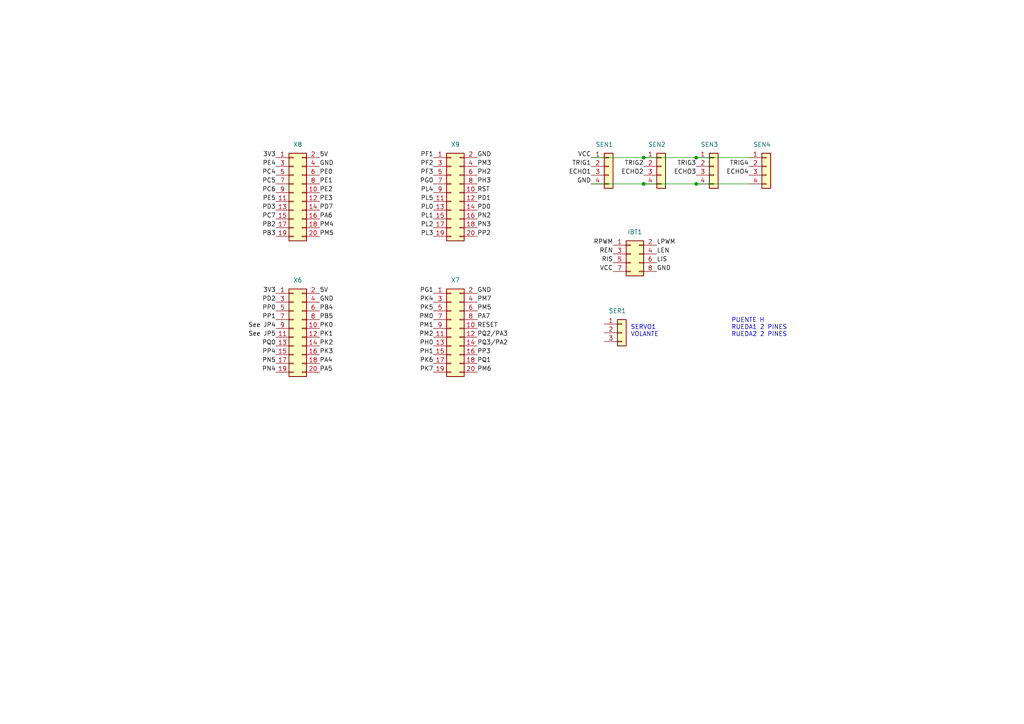
<source format=kicad_sch>
(kicad_sch (version 20211123) (generator eeschema)

  (uuid 8de93ce9-0cd6-4bab-aaa3-765fbc0eadf3)

  (paper "A4")

  (lib_symbols
    (symbol "Connector_Generic:Conn_01x03" (pin_names (offset 1.016) hide) (in_bom yes) (on_board yes)
      (property "Reference" "J" (id 0) (at 0 5.08 0)
        (effects (font (size 1.27 1.27)))
      )
      (property "Value" "Conn_01x03" (id 1) (at 0 -5.08 0)
        (effects (font (size 1.27 1.27)))
      )
      (property "Footprint" "" (id 2) (at 0 0 0)
        (effects (font (size 1.27 1.27)) hide)
      )
      (property "Datasheet" "~" (id 3) (at 0 0 0)
        (effects (font (size 1.27 1.27)) hide)
      )
      (property "ki_keywords" "connector" (id 4) (at 0 0 0)
        (effects (font (size 1.27 1.27)) hide)
      )
      (property "ki_description" "Generic connector, single row, 01x03, script generated (kicad-library-utils/schlib/autogen/connector/)" (id 5) (at 0 0 0)
        (effects (font (size 1.27 1.27)) hide)
      )
      (property "ki_fp_filters" "Connector*:*_1x??_*" (id 6) (at 0 0 0)
        (effects (font (size 1.27 1.27)) hide)
      )
      (symbol "Conn_01x03_1_1"
        (rectangle (start -1.27 -2.413) (end 0 -2.667)
          (stroke (width 0.1524) (type default) (color 0 0 0 0))
          (fill (type none))
        )
        (rectangle (start -1.27 0.127) (end 0 -0.127)
          (stroke (width 0.1524) (type default) (color 0 0 0 0))
          (fill (type none))
        )
        (rectangle (start -1.27 2.667) (end 0 2.413)
          (stroke (width 0.1524) (type default) (color 0 0 0 0))
          (fill (type none))
        )
        (rectangle (start -1.27 3.81) (end 1.27 -3.81)
          (stroke (width 0.254) (type default) (color 0 0 0 0))
          (fill (type background))
        )
        (pin passive line (at -5.08 2.54 0) (length 3.81)
          (name "Pin_1" (effects (font (size 1.27 1.27))))
          (number "1" (effects (font (size 1.27 1.27))))
        )
        (pin passive line (at -5.08 0 0) (length 3.81)
          (name "Pin_2" (effects (font (size 1.27 1.27))))
          (number "2" (effects (font (size 1.27 1.27))))
        )
        (pin passive line (at -5.08 -2.54 0) (length 3.81)
          (name "Pin_3" (effects (font (size 1.27 1.27))))
          (number "3" (effects (font (size 1.27 1.27))))
        )
      )
    )
    (symbol "Connector_Generic:Conn_01x04" (pin_names (offset 1.016) hide) (in_bom yes) (on_board yes)
      (property "Reference" "J" (id 0) (at 0 5.08 0)
        (effects (font (size 1.27 1.27)))
      )
      (property "Value" "Conn_01x04" (id 1) (at 0 -7.62 0)
        (effects (font (size 1.27 1.27)))
      )
      (property "Footprint" "" (id 2) (at 0 0 0)
        (effects (font (size 1.27 1.27)) hide)
      )
      (property "Datasheet" "~" (id 3) (at 0 0 0)
        (effects (font (size 1.27 1.27)) hide)
      )
      (property "ki_keywords" "connector" (id 4) (at 0 0 0)
        (effects (font (size 1.27 1.27)) hide)
      )
      (property "ki_description" "Generic connector, single row, 01x04, script generated (kicad-library-utils/schlib/autogen/connector/)" (id 5) (at 0 0 0)
        (effects (font (size 1.27 1.27)) hide)
      )
      (property "ki_fp_filters" "Connector*:*_1x??_*" (id 6) (at 0 0 0)
        (effects (font (size 1.27 1.27)) hide)
      )
      (symbol "Conn_01x04_1_1"
        (rectangle (start -1.27 -4.953) (end 0 -5.207)
          (stroke (width 0.1524) (type default) (color 0 0 0 0))
          (fill (type none))
        )
        (rectangle (start -1.27 -2.413) (end 0 -2.667)
          (stroke (width 0.1524) (type default) (color 0 0 0 0))
          (fill (type none))
        )
        (rectangle (start -1.27 0.127) (end 0 -0.127)
          (stroke (width 0.1524) (type default) (color 0 0 0 0))
          (fill (type none))
        )
        (rectangle (start -1.27 2.667) (end 0 2.413)
          (stroke (width 0.1524) (type default) (color 0 0 0 0))
          (fill (type none))
        )
        (rectangle (start -1.27 3.81) (end 1.27 -6.35)
          (stroke (width 0.254) (type default) (color 0 0 0 0))
          (fill (type background))
        )
        (pin passive line (at -5.08 2.54 0) (length 3.81)
          (name "Pin_1" (effects (font (size 1.27 1.27))))
          (number "1" (effects (font (size 1.27 1.27))))
        )
        (pin passive line (at -5.08 0 0) (length 3.81)
          (name "Pin_2" (effects (font (size 1.27 1.27))))
          (number "2" (effects (font (size 1.27 1.27))))
        )
        (pin passive line (at -5.08 -2.54 0) (length 3.81)
          (name "Pin_3" (effects (font (size 1.27 1.27))))
          (number "3" (effects (font (size 1.27 1.27))))
        )
        (pin passive line (at -5.08 -5.08 0) (length 3.81)
          (name "Pin_4" (effects (font (size 1.27 1.27))))
          (number "4" (effects (font (size 1.27 1.27))))
        )
      )
    )
    (symbol "Connector_Generic:Conn_02x04_Odd_Even" (pin_names (offset 1.016) hide) (in_bom yes) (on_board yes)
      (property "Reference" "J" (id 0) (at 1.27 5.08 0)
        (effects (font (size 1.27 1.27)))
      )
      (property "Value" "Conn_02x04_Odd_Even" (id 1) (at 1.27 -7.62 0)
        (effects (font (size 1.27 1.27)))
      )
      (property "Footprint" "" (id 2) (at 0 0 0)
        (effects (font (size 1.27 1.27)) hide)
      )
      (property "Datasheet" "~" (id 3) (at 0 0 0)
        (effects (font (size 1.27 1.27)) hide)
      )
      (property "ki_keywords" "connector" (id 4) (at 0 0 0)
        (effects (font (size 1.27 1.27)) hide)
      )
      (property "ki_description" "Generic connector, double row, 02x04, odd/even pin numbering scheme (row 1 odd numbers, row 2 even numbers), script generated (kicad-library-utils/schlib/autogen/connector/)" (id 5) (at 0 0 0)
        (effects (font (size 1.27 1.27)) hide)
      )
      (property "ki_fp_filters" "Connector*:*_2x??_*" (id 6) (at 0 0 0)
        (effects (font (size 1.27 1.27)) hide)
      )
      (symbol "Conn_02x04_Odd_Even_1_1"
        (rectangle (start -1.27 -4.953) (end 0 -5.207)
          (stroke (width 0.1524) (type default) (color 0 0 0 0))
          (fill (type none))
        )
        (rectangle (start -1.27 -2.413) (end 0 -2.667)
          (stroke (width 0.1524) (type default) (color 0 0 0 0))
          (fill (type none))
        )
        (rectangle (start -1.27 0.127) (end 0 -0.127)
          (stroke (width 0.1524) (type default) (color 0 0 0 0))
          (fill (type none))
        )
        (rectangle (start -1.27 2.667) (end 0 2.413)
          (stroke (width 0.1524) (type default) (color 0 0 0 0))
          (fill (type none))
        )
        (rectangle (start -1.27 3.81) (end 3.81 -6.35)
          (stroke (width 0.254) (type default) (color 0 0 0 0))
          (fill (type background))
        )
        (rectangle (start 3.81 -4.953) (end 2.54 -5.207)
          (stroke (width 0.1524) (type default) (color 0 0 0 0))
          (fill (type none))
        )
        (rectangle (start 3.81 -2.413) (end 2.54 -2.667)
          (stroke (width 0.1524) (type default) (color 0 0 0 0))
          (fill (type none))
        )
        (rectangle (start 3.81 0.127) (end 2.54 -0.127)
          (stroke (width 0.1524) (type default) (color 0 0 0 0))
          (fill (type none))
        )
        (rectangle (start 3.81 2.667) (end 2.54 2.413)
          (stroke (width 0.1524) (type default) (color 0 0 0 0))
          (fill (type none))
        )
        (pin passive line (at -5.08 2.54 0) (length 3.81)
          (name "Pin_1" (effects (font (size 1.27 1.27))))
          (number "1" (effects (font (size 1.27 1.27))))
        )
        (pin passive line (at 7.62 2.54 180) (length 3.81)
          (name "Pin_2" (effects (font (size 1.27 1.27))))
          (number "2" (effects (font (size 1.27 1.27))))
        )
        (pin passive line (at -5.08 0 0) (length 3.81)
          (name "Pin_3" (effects (font (size 1.27 1.27))))
          (number "3" (effects (font (size 1.27 1.27))))
        )
        (pin passive line (at 7.62 0 180) (length 3.81)
          (name "Pin_4" (effects (font (size 1.27 1.27))))
          (number "4" (effects (font (size 1.27 1.27))))
        )
        (pin passive line (at -5.08 -2.54 0) (length 3.81)
          (name "Pin_5" (effects (font (size 1.27 1.27))))
          (number "5" (effects (font (size 1.27 1.27))))
        )
        (pin passive line (at 7.62 -2.54 180) (length 3.81)
          (name "Pin_6" (effects (font (size 1.27 1.27))))
          (number "6" (effects (font (size 1.27 1.27))))
        )
        (pin passive line (at -5.08 -5.08 0) (length 3.81)
          (name "Pin_7" (effects (font (size 1.27 1.27))))
          (number "7" (effects (font (size 1.27 1.27))))
        )
        (pin passive line (at 7.62 -5.08 180) (length 3.81)
          (name "Pin_8" (effects (font (size 1.27 1.27))))
          (number "8" (effects (font (size 1.27 1.27))))
        )
      )
    )
    (symbol "Connector_Generic:Conn_02x10_Odd_Even" (pin_names (offset 1.016) hide) (in_bom yes) (on_board yes)
      (property "Reference" "J" (id 0) (at 1.27 12.7 0)
        (effects (font (size 1.27 1.27)))
      )
      (property "Value" "Conn_02x10_Odd_Even" (id 1) (at 1.27 -15.24 0)
        (effects (font (size 1.27 1.27)))
      )
      (property "Footprint" "" (id 2) (at 0 0 0)
        (effects (font (size 1.27 1.27)) hide)
      )
      (property "Datasheet" "~" (id 3) (at 0 0 0)
        (effects (font (size 1.27 1.27)) hide)
      )
      (property "ki_keywords" "connector" (id 4) (at 0 0 0)
        (effects (font (size 1.27 1.27)) hide)
      )
      (property "ki_description" "Generic connector, double row, 02x10, odd/even pin numbering scheme (row 1 odd numbers, row 2 even numbers), script generated (kicad-library-utils/schlib/autogen/connector/)" (id 5) (at 0 0 0)
        (effects (font (size 1.27 1.27)) hide)
      )
      (property "ki_fp_filters" "Connector*:*_2x??_*" (id 6) (at 0 0 0)
        (effects (font (size 1.27 1.27)) hide)
      )
      (symbol "Conn_02x10_Odd_Even_1_1"
        (rectangle (start -1.27 -12.573) (end 0 -12.827)
          (stroke (width 0.1524) (type default) (color 0 0 0 0))
          (fill (type none))
        )
        (rectangle (start -1.27 -10.033) (end 0 -10.287)
          (stroke (width 0.1524) (type default) (color 0 0 0 0))
          (fill (type none))
        )
        (rectangle (start -1.27 -7.493) (end 0 -7.747)
          (stroke (width 0.1524) (type default) (color 0 0 0 0))
          (fill (type none))
        )
        (rectangle (start -1.27 -4.953) (end 0 -5.207)
          (stroke (width 0.1524) (type default) (color 0 0 0 0))
          (fill (type none))
        )
        (rectangle (start -1.27 -2.413) (end 0 -2.667)
          (stroke (width 0.1524) (type default) (color 0 0 0 0))
          (fill (type none))
        )
        (rectangle (start -1.27 0.127) (end 0 -0.127)
          (stroke (width 0.1524) (type default) (color 0 0 0 0))
          (fill (type none))
        )
        (rectangle (start -1.27 2.667) (end 0 2.413)
          (stroke (width 0.1524) (type default) (color 0 0 0 0))
          (fill (type none))
        )
        (rectangle (start -1.27 5.207) (end 0 4.953)
          (stroke (width 0.1524) (type default) (color 0 0 0 0))
          (fill (type none))
        )
        (rectangle (start -1.27 7.747) (end 0 7.493)
          (stroke (width 0.1524) (type default) (color 0 0 0 0))
          (fill (type none))
        )
        (rectangle (start -1.27 10.287) (end 0 10.033)
          (stroke (width 0.1524) (type default) (color 0 0 0 0))
          (fill (type none))
        )
        (rectangle (start -1.27 11.43) (end 3.81 -13.97)
          (stroke (width 0.254) (type default) (color 0 0 0 0))
          (fill (type background))
        )
        (rectangle (start 3.81 -12.573) (end 2.54 -12.827)
          (stroke (width 0.1524) (type default) (color 0 0 0 0))
          (fill (type none))
        )
        (rectangle (start 3.81 -10.033) (end 2.54 -10.287)
          (stroke (width 0.1524) (type default) (color 0 0 0 0))
          (fill (type none))
        )
        (rectangle (start 3.81 -7.493) (end 2.54 -7.747)
          (stroke (width 0.1524) (type default) (color 0 0 0 0))
          (fill (type none))
        )
        (rectangle (start 3.81 -4.953) (end 2.54 -5.207)
          (stroke (width 0.1524) (type default) (color 0 0 0 0))
          (fill (type none))
        )
        (rectangle (start 3.81 -2.413) (end 2.54 -2.667)
          (stroke (width 0.1524) (type default) (color 0 0 0 0))
          (fill (type none))
        )
        (rectangle (start 3.81 0.127) (end 2.54 -0.127)
          (stroke (width 0.1524) (type default) (color 0 0 0 0))
          (fill (type none))
        )
        (rectangle (start 3.81 2.667) (end 2.54 2.413)
          (stroke (width 0.1524) (type default) (color 0 0 0 0))
          (fill (type none))
        )
        (rectangle (start 3.81 5.207) (end 2.54 4.953)
          (stroke (width 0.1524) (type default) (color 0 0 0 0))
          (fill (type none))
        )
        (rectangle (start 3.81 7.747) (end 2.54 7.493)
          (stroke (width 0.1524) (type default) (color 0 0 0 0))
          (fill (type none))
        )
        (rectangle (start 3.81 10.287) (end 2.54 10.033)
          (stroke (width 0.1524) (type default) (color 0 0 0 0))
          (fill (type none))
        )
        (pin passive line (at -5.08 10.16 0) (length 3.81)
          (name "Pin_1" (effects (font (size 1.27 1.27))))
          (number "1" (effects (font (size 1.27 1.27))))
        )
        (pin passive line (at 7.62 0 180) (length 3.81)
          (name "Pin_10" (effects (font (size 1.27 1.27))))
          (number "10" (effects (font (size 1.27 1.27))))
        )
        (pin passive line (at -5.08 -2.54 0) (length 3.81)
          (name "Pin_11" (effects (font (size 1.27 1.27))))
          (number "11" (effects (font (size 1.27 1.27))))
        )
        (pin passive line (at 7.62 -2.54 180) (length 3.81)
          (name "Pin_12" (effects (font (size 1.27 1.27))))
          (number "12" (effects (font (size 1.27 1.27))))
        )
        (pin passive line (at -5.08 -5.08 0) (length 3.81)
          (name "Pin_13" (effects (font (size 1.27 1.27))))
          (number "13" (effects (font (size 1.27 1.27))))
        )
        (pin passive line (at 7.62 -5.08 180) (length 3.81)
          (name "Pin_14" (effects (font (size 1.27 1.27))))
          (number "14" (effects (font (size 1.27 1.27))))
        )
        (pin passive line (at -5.08 -7.62 0) (length 3.81)
          (name "Pin_15" (effects (font (size 1.27 1.27))))
          (number "15" (effects (font (size 1.27 1.27))))
        )
        (pin passive line (at 7.62 -7.62 180) (length 3.81)
          (name "Pin_16" (effects (font (size 1.27 1.27))))
          (number "16" (effects (font (size 1.27 1.27))))
        )
        (pin passive line (at -5.08 -10.16 0) (length 3.81)
          (name "Pin_17" (effects (font (size 1.27 1.27))))
          (number "17" (effects (font (size 1.27 1.27))))
        )
        (pin passive line (at 7.62 -10.16 180) (length 3.81)
          (name "Pin_18" (effects (font (size 1.27 1.27))))
          (number "18" (effects (font (size 1.27 1.27))))
        )
        (pin passive line (at -5.08 -12.7 0) (length 3.81)
          (name "Pin_19" (effects (font (size 1.27 1.27))))
          (number "19" (effects (font (size 1.27 1.27))))
        )
        (pin passive line (at 7.62 10.16 180) (length 3.81)
          (name "Pin_2" (effects (font (size 1.27 1.27))))
          (number "2" (effects (font (size 1.27 1.27))))
        )
        (pin passive line (at 7.62 -12.7 180) (length 3.81)
          (name "Pin_20" (effects (font (size 1.27 1.27))))
          (number "20" (effects (font (size 1.27 1.27))))
        )
        (pin passive line (at -5.08 7.62 0) (length 3.81)
          (name "Pin_3" (effects (font (size 1.27 1.27))))
          (number "3" (effects (font (size 1.27 1.27))))
        )
        (pin passive line (at 7.62 7.62 180) (length 3.81)
          (name "Pin_4" (effects (font (size 1.27 1.27))))
          (number "4" (effects (font (size 1.27 1.27))))
        )
        (pin passive line (at -5.08 5.08 0) (length 3.81)
          (name "Pin_5" (effects (font (size 1.27 1.27))))
          (number "5" (effects (font (size 1.27 1.27))))
        )
        (pin passive line (at 7.62 5.08 180) (length 3.81)
          (name "Pin_6" (effects (font (size 1.27 1.27))))
          (number "6" (effects (font (size 1.27 1.27))))
        )
        (pin passive line (at -5.08 2.54 0) (length 3.81)
          (name "Pin_7" (effects (font (size 1.27 1.27))))
          (number "7" (effects (font (size 1.27 1.27))))
        )
        (pin passive line (at 7.62 2.54 180) (length 3.81)
          (name "Pin_8" (effects (font (size 1.27 1.27))))
          (number "8" (effects (font (size 1.27 1.27))))
        )
        (pin passive line (at -5.08 0 0) (length 3.81)
          (name "Pin_9" (effects (font (size 1.27 1.27))))
          (number "9" (effects (font (size 1.27 1.27))))
        )
      )
    )
  )

  (junction (at 186.69 45.72) (diameter 0) (color 0 0 0 0)
    (uuid 134db7a5-b375-48bc-87de-1eac35d82664)
  )
  (junction (at 201.93 53.34) (diameter 0) (color 0 0 0 0)
    (uuid 1a6d6001-6766-4c27-83fd-cc1a0c52d8dc)
  )
  (junction (at 201.93 45.72) (diameter 0) (color 0 0 0 0)
    (uuid 44dcf339-384c-4c12-9824-5235c1e9d8aa)
  )
  (junction (at 186.69 53.34) (diameter 0) (color 0 0 0 0)
    (uuid ba030476-8ff2-4141-b354-5ad0b49ad652)
  )

  (wire (pts (xy 201.93 45.72) (xy 217.17 45.72))
    (stroke (width 0) (type default) (color 0 0 0 0))
    (uuid 1e818057-af45-4f9d-8d03-38f3641b11e9)
  )
  (wire (pts (xy 201.93 53.34) (xy 217.17 53.34))
    (stroke (width 0) (type default) (color 0 0 0 0))
    (uuid 5f7dd243-7add-472b-9a90-ccafc5dd95b9)
  )
  (wire (pts (xy 186.69 45.72) (xy 201.93 45.72))
    (stroke (width 0) (type default) (color 0 0 0 0))
    (uuid 73e9c4f9-a691-46cf-b3a8-ae0bae0487c5)
  )
  (wire (pts (xy 171.45 53.34) (xy 186.69 53.34))
    (stroke (width 0) (type default) (color 0 0 0 0))
    (uuid 8a887c5c-bbcc-4b3b-8039-4d8579b9b0e7)
  )
  (wire (pts (xy 186.69 53.34) (xy 201.93 53.34))
    (stroke (width 0) (type default) (color 0 0 0 0))
    (uuid 91a8febf-bcc1-411e-a043-30c7b764672b)
  )
  (wire (pts (xy 171.45 45.72) (xy 186.69 45.72))
    (stroke (width 0) (type default) (color 0 0 0 0))
    (uuid c4725fa6-5fde-46c0-85bf-e390f6f1621e)
  )

  (text "SERVO1\nVOLANTE" (at 182.88 97.79 0)
    (effects (font (size 1.27 1.27)) (justify left bottom))
    (uuid 2779e11e-6514-408a-b3cc-9441391a8bbe)
  )
  (text "PUENTE H\nRUEDA1 2 PINES\nRUEDA2 2 PINES" (at 212.09 97.79 0)
    (effects (font (size 1.27 1.27)) (justify left bottom))
    (uuid c474942a-0088-44e2-b424-3057ba7d767f)
  )

  (label "PG0" (at 125.73 53.34 180)
    (effects (font (size 1.27 1.27)) (justify right bottom))
    (uuid 002ec55f-5734-4cf0-a403-68b482bf9647)
  )
  (label "GND" (at 138.43 85.09 0)
    (effects (font (size 1.27 1.27)) (justify left bottom))
    (uuid 00e3785c-794d-4158-9c79-8a3ba665e4fe)
  )
  (label "REN" (at 177.8 73.66 180)
    (effects (font (size 1.27 1.27)) (justify right bottom))
    (uuid 034bc2b4-7607-41d7-8438-6d251f784589)
  )
  (label "RPWM" (at 177.8 71.12 180)
    (effects (font (size 1.27 1.27)) (justify right bottom))
    (uuid 086cacf6-ba19-4464-ac03-03ea4b72b861)
  )
  (label "PH0" (at 125.73 100.33 180)
    (effects (font (size 1.27 1.27)) (justify right bottom))
    (uuid 09e38615-f305-4d33-b5c5-a80dd3b2496b)
  )
  (label "RESET" (at 138.43 95.25 0)
    (effects (font (size 1.27 1.27)) (justify left bottom))
    (uuid 0b51f5e2-19e0-48c1-88db-84914bf00bd8)
  )
  (label "PF2" (at 125.73 48.26 180)
    (effects (font (size 1.27 1.27)) (justify right bottom))
    (uuid 0c601480-1433-47ec-a661-360603a37377)
  )
  (label "PC7" (at 80.01 63.5 180)
    (effects (font (size 1.27 1.27)) (justify right bottom))
    (uuid 0e509b31-3ebc-41c5-b27d-1b47a44bdf33)
  )
  (label "PB2" (at 80.01 66.04 180)
    (effects (font (size 1.27 1.27)) (justify right bottom))
    (uuid 0f12bfed-49d2-4831-93b2-7152f0116b06)
  )
  (label "PL4" (at 125.73 55.88 180)
    (effects (font (size 1.27 1.27)) (justify right bottom))
    (uuid 1078ec10-5659-4992-a977-6868ab0fecd7)
  )
  (label "PL1" (at 125.73 63.5 180)
    (effects (font (size 1.27 1.27)) (justify right bottom))
    (uuid 1365d5b1-82ac-4065-9f38-1e34086e1641)
  )
  (label "GND" (at 171.45 53.34 180)
    (effects (font (size 1.27 1.27)) (justify right bottom))
    (uuid 1603a1a5-cffe-4a48-84ea-e4a47ace541e)
  )
  (label "PL0" (at 125.73 60.96 180)
    (effects (font (size 1.27 1.27)) (justify right bottom))
    (uuid 1664696b-5a24-4ec5-8a79-a661210fd0ec)
  )
  (label "TRIG1" (at 171.45 48.26 180)
    (effects (font (size 1.27 1.27)) (justify right bottom))
    (uuid 18506cf5-2269-4489-a337-b38005ecc764)
  )
  (label "PD0" (at 138.43 60.96 0)
    (effects (font (size 1.27 1.27)) (justify left bottom))
    (uuid 1a1f53c0-e122-4092-8514-5f6e8fc3c324)
  )
  (label "3V3" (at 80.01 85.09 180)
    (effects (font (size 1.27 1.27)) (justify right bottom))
    (uuid 249cda31-56f1-43ec-8d19-fea549bdf781)
  )
  (label "ECHO1" (at 171.45 50.8 180)
    (effects (font (size 1.27 1.27)) (justify right bottom))
    (uuid 25e5489f-84e4-4e15-a3ec-7cff02e584a3)
  )
  (label "PB4" (at 92.71 90.17 0)
    (effects (font (size 1.27 1.27)) (justify left bottom))
    (uuid 29318ab9-71ff-4d5f-a30c-d9400c95a1f7)
  )
  (label "PQ1" (at 138.43 105.41 0)
    (effects (font (size 1.27 1.27)) (justify left bottom))
    (uuid 2b492708-dc54-49ce-a031-210b2098585d)
  )
  (label "PE4" (at 80.01 48.26 180)
    (effects (font (size 1.27 1.27)) (justify right bottom))
    (uuid 2f501af4-cb00-4da9-9ee5-46e4e284172b)
  )
  (label "GND" (at 190.5 78.74 0)
    (effects (font (size 1.27 1.27)) (justify left bottom))
    (uuid 2f7c1174-ea5d-404d-927b-f2dba9a936cd)
  )
  (label "PL2" (at 125.73 66.04 180)
    (effects (font (size 1.27 1.27)) (justify right bottom))
    (uuid 315110b0-b1e6-4995-8e25-89d491d7c8c4)
  )
  (label "PQ2{slash}PA3" (at 138.43 97.79 0)
    (effects (font (size 1.27 1.27)) (justify left bottom))
    (uuid 31f856de-25c6-4ffc-9060-c2568ac1646f)
  )
  (label "PL5" (at 125.73 58.42 180)
    (effects (font (size 1.27 1.27)) (justify right bottom))
    (uuid 3e9769fd-1a8c-4e7d-b54d-aa10777f6fa6)
  )
  (label "PA6" (at 92.71 63.5 0)
    (effects (font (size 1.27 1.27)) (justify left bottom))
    (uuid 4201fed9-3a6d-4c04-8cf3-60d59039a324)
  )
  (label "PP1" (at 80.01 92.71 180)
    (effects (font (size 1.27 1.27)) (justify right bottom))
    (uuid 46da5c26-947c-473b-bcd3-2d1c7b466059)
  )
  (label "PA4" (at 92.71 105.41 0)
    (effects (font (size 1.27 1.27)) (justify left bottom))
    (uuid 475a83e0-8b10-473b-8c43-e9f5a05d85c6)
  )
  (label "PK7" (at 125.73 107.95 180)
    (effects (font (size 1.27 1.27)) (justify right bottom))
    (uuid 49bb3c2e-60cb-45f9-9aea-9d4a70d9dd7d)
  )
  (label "TRIG3" (at 201.93 48.26 180)
    (effects (font (size 1.27 1.27)) (justify right bottom))
    (uuid 4a94e515-fbb5-4a1a-be28-566edf6d7dd4)
  )
  (label "PE3" (at 92.71 58.42 0)
    (effects (font (size 1.27 1.27)) (justify left bottom))
    (uuid 4b3f4b49-805c-4798-8eae-364e9e33665c)
  )
  (label "PA5" (at 92.71 107.95 0)
    (effects (font (size 1.27 1.27)) (justify left bottom))
    (uuid 4c1c4054-d132-4816-9f89-9b45004ff284)
  )
  (label "PD2" (at 80.01 87.63 180)
    (effects (font (size 1.27 1.27)) (justify right bottom))
    (uuid 4d3755dc-aa6f-4dd9-be3f-910ba1c3caaa)
  )
  (label "PG1" (at 125.73 85.09 180)
    (effects (font (size 1.27 1.27)) (justify right bottom))
    (uuid 52507b5a-c6a3-43cc-9287-e44388cbdbe5)
  )
  (label "PD1" (at 138.43 58.42 0)
    (effects (font (size 1.27 1.27)) (justify left bottom))
    (uuid 5255ca92-77b3-41da-b901-2304b81069dc)
  )
  (label "VCC" (at 177.8 78.74 180)
    (effects (font (size 1.27 1.27)) (justify right bottom))
    (uuid 530e0d4c-a75d-4702-8dea-2cd8948b3091)
  )
  (label "PM1" (at 125.73 95.25 180)
    (effects (font (size 1.27 1.27)) (justify right bottom))
    (uuid 55b79602-59e5-4a86-a291-1863a393cc84)
  )
  (label "3V3" (at 80.01 45.72 180)
    (effects (font (size 1.27 1.27)) (justify right bottom))
    (uuid 5617d928-b7fb-4075-9856-8ab3583e1964)
  )
  (label "ECHO2" (at 186.69 50.8 180)
    (effects (font (size 1.27 1.27)) (justify right bottom))
    (uuid 5b20ec8f-9a14-40ef-bcc2-161e8010c67d)
  )
  (label "LPWM" (at 190.5 71.12 0)
    (effects (font (size 1.27 1.27)) (justify left bottom))
    (uuid 5f62b285-e138-42c6-be71-cc2c4b01ceb8)
  )
  (label "See JP4" (at 80.01 95.25 180)
    (effects (font (size 1.27 1.27)) (justify right bottom))
    (uuid 633db7b5-b9d2-4b63-89d9-7b81f434e1aa)
  )
  (label "PM3" (at 138.43 48.26 0)
    (effects (font (size 1.27 1.27)) (justify left bottom))
    (uuid 64b161bf-61cb-4955-b548-dd5148043ee1)
  )
  (label "PM2" (at 125.73 97.79 180)
    (effects (font (size 1.27 1.27)) (justify right bottom))
    (uuid 6756f6dc-2d5b-4ba3-8ca5-36b4f5d5d7c9)
  )
  (label "See JP5" (at 80.01 97.79 180)
    (effects (font (size 1.27 1.27)) (justify right bottom))
    (uuid 68359f54-9eeb-4b0e-8b2c-e4040353a1f4)
  )
  (label "PK3" (at 92.71 102.87 0)
    (effects (font (size 1.27 1.27)) (justify left bottom))
    (uuid 69a5899a-8711-4791-b8ad-d3771afbd314)
  )
  (label "PQ0" (at 80.01 100.33 180)
    (effects (font (size 1.27 1.27)) (justify right bottom))
    (uuid 7213694d-a489-4011-8309-aa1ea6dfb71c)
  )
  (label "PH2" (at 138.43 50.8 0)
    (effects (font (size 1.27 1.27)) (justify left bottom))
    (uuid 72b3c0b5-5e59-4eb4-8a18-d66cca2e5656)
  )
  (label "LIS" (at 190.5 76.2 0)
    (effects (font (size 1.27 1.27)) (justify left bottom))
    (uuid 72c4e063-ff57-4ff1-8642-d466b17720cc)
  )
  (label "PA7" (at 138.43 92.71 0)
    (effects (font (size 1.27 1.27)) (justify left bottom))
    (uuid 7552c816-ec38-455d-b7f8-a0d41b1c40dd)
  )
  (label "5V" (at 92.71 85.09 0)
    (effects (font (size 1.27 1.27)) (justify left bottom))
    (uuid 7ba74592-2a28-4be4-a0df-2d42028ecee8)
  )
  (label "ECHO4" (at 217.17 50.8 180)
    (effects (font (size 1.27 1.27)) (justify right bottom))
    (uuid 817a4b8b-d8ee-4db3-b65d-4acebf29e768)
  )
  (label "PC6" (at 80.01 55.88 180)
    (effects (font (size 1.27 1.27)) (justify right bottom))
    (uuid 819f4afa-8f1c-4d5a-aeef-e4454dccc343)
  )
  (label "GND" (at 92.71 87.63 0)
    (effects (font (size 1.27 1.27)) (justify left bottom))
    (uuid 82040363-a0f7-4305-b895-27179d79abc1)
  )
  (label "PN2" (at 138.43 63.5 0)
    (effects (font (size 1.27 1.27)) (justify left bottom))
    (uuid 820e6db3-eb02-411d-8e58-aebdf14c3c18)
  )
  (label "PE1" (at 92.71 53.34 0)
    (effects (font (size 1.27 1.27)) (justify left bottom))
    (uuid 84934c7d-644d-4e26-b511-8228aa80a306)
  )
  (label "PC4" (at 80.01 50.8 180)
    (effects (font (size 1.27 1.27)) (justify right bottom))
    (uuid 86d7cbdc-e42f-4944-ad8b-f3889be3c423)
  )
  (label "PB3" (at 80.01 68.58 180)
    (effects (font (size 1.27 1.27)) (justify right bottom))
    (uuid 893496e4-8ace-4304-90ae-d0271803f8fb)
  )
  (label "PD3" (at 80.01 60.96 180)
    (effects (font (size 1.27 1.27)) (justify right bottom))
    (uuid 8a824885-6193-451c-beaa-8cc6facdf031)
  )
  (label "PN3" (at 138.43 66.04 0)
    (effects (font (size 1.27 1.27)) (justify left bottom))
    (uuid 9603f9c6-b8cc-4681-a4ad-5fabad40c492)
  )
  (label "PM6" (at 138.43 107.95 0)
    (effects (font (size 1.27 1.27)) (justify left bottom))
    (uuid 977cd173-ff91-4be6-b63d-fdda22e7349c)
  )
  (label "RIS" (at 177.8 76.2 180)
    (effects (font (size 1.27 1.27)) (justify right bottom))
    (uuid 982af635-d9a2-4372-aa25-02dec2f2bc60)
  )
  (label "PK6" (at 125.73 105.41 180)
    (effects (font (size 1.27 1.27)) (justify right bottom))
    (uuid 9e008f90-dd67-4e4c-a438-73fe77069d6c)
  )
  (label "GND" (at 138.43 45.72 0)
    (effects (font (size 1.27 1.27)) (justify left bottom))
    (uuid a43ecaa5-6dca-453a-9219-77fc2f7732a8)
  )
  (label "PN5" (at 80.01 105.41 180)
    (effects (font (size 1.27 1.27)) (justify right bottom))
    (uuid a6a4c15a-c42d-449e-84bb-1d69637cf31c)
  )
  (label "RST" (at 138.43 55.88 0)
    (effects (font (size 1.27 1.27)) (justify left bottom))
    (uuid a73c14f2-19ca-4bf9-91c2-7f28057629f6)
  )
  (label "PD7" (at 92.71 60.96 0)
    (effects (font (size 1.27 1.27)) (justify left bottom))
    (uuid a8f9b0f9-3c5b-4eaa-ba3c-ffe9b36b5443)
  )
  (label "TRIG4" (at 217.17 48.26 180)
    (effects (font (size 1.27 1.27)) (justify right bottom))
    (uuid ac21991e-90be-450b-99fc-78c7c0df493c)
  )
  (label "PH3" (at 138.43 53.34 0)
    (effects (font (size 1.27 1.27)) (justify left bottom))
    (uuid b52b0563-1933-43d6-927e-6bf676f682c9)
  )
  (label "PF1" (at 125.73 45.72 180)
    (effects (font (size 1.27 1.27)) (justify right bottom))
    (uuid b5354f6b-290c-4835-b67d-92583422ac96)
  )
  (label "PE0" (at 92.71 50.8 0)
    (effects (font (size 1.27 1.27)) (justify left bottom))
    (uuid b8f1b4c3-6094-4793-86a8-052cabc98c19)
  )
  (label "PM7" (at 138.43 87.63 0)
    (effects (font (size 1.27 1.27)) (justify left bottom))
    (uuid bbb85d44-8e9e-478d-af66-74d915ddf347)
  )
  (label "PP2" (at 138.43 68.58 0)
    (effects (font (size 1.27 1.27)) (justify left bottom))
    (uuid bc0c410e-6f24-49a1-be67-616de3ae770b)
  )
  (label "TRIG2" (at 186.69 48.26 180)
    (effects (font (size 1.27 1.27)) (justify right bottom))
    (uuid bdbb7bba-cecf-45c9-9a53-d7dd0a452f27)
  )
  (label "PM5" (at 92.71 68.58 0)
    (effects (font (size 1.27 1.27)) (justify left bottom))
    (uuid c0031001-bab9-4631-bf9e-72f6a509bbc3)
  )
  (label "PC5" (at 80.01 53.34 180)
    (effects (font (size 1.27 1.27)) (justify right bottom))
    (uuid c261bc35-49c1-447d-8ac0-6fdb1a279b18)
  )
  (label "PM0" (at 125.73 92.71 180)
    (effects (font (size 1.27 1.27)) (justify right bottom))
    (uuid c32d5ac6-b37f-464c-bb8b-399bb0a6311a)
  )
  (label "LEN" (at 190.5 73.66 0)
    (effects (font (size 1.27 1.27)) (justify left bottom))
    (uuid c9412cf9-7793-4a8e-8383-07dc4ec5ade3)
  )
  (label "PE2" (at 92.71 55.88 0)
    (effects (font (size 1.27 1.27)) (justify left bottom))
    (uuid c95476ce-d816-4dbe-a454-f627f67b945d)
  )
  (label "VCC" (at 171.45 45.72 180)
    (effects (font (size 1.27 1.27)) (justify right bottom))
    (uuid c9a2f1f5-1144-45df-8f31-9c2c6ff7a374)
  )
  (label "PH1" (at 125.73 102.87 180)
    (effects (font (size 1.27 1.27)) (justify right bottom))
    (uuid cc46bcd5-fc4b-4635-8d56-6e048b28b589)
  )
  (label "PN4" (at 80.01 107.95 180)
    (effects (font (size 1.27 1.27)) (justify right bottom))
    (uuid cd10323c-0742-42d8-b84f-a2b60bddb27b)
  )
  (label "PK5" (at 125.73 90.17 180)
    (effects (font (size 1.27 1.27)) (justify right bottom))
    (uuid cf3ff25e-0b0d-48d7-b245-40f10d4b531e)
  )
  (label "PP3" (at 138.43 102.87 0)
    (effects (font (size 1.27 1.27)) (justify left bottom))
    (uuid d359ebc0-aad2-42a6-a2e7-589a90889604)
  )
  (label "PB5" (at 92.71 92.71 0)
    (effects (font (size 1.27 1.27)) (justify left bottom))
    (uuid d4a2c66d-4720-45d9-9449-dba8d9f64959)
  )
  (label "PM4" (at 92.71 66.04 0)
    (effects (font (size 1.27 1.27)) (justify left bottom))
    (uuid d79acec4-3c0d-49ca-b6df-aa9320567362)
  )
  (label "PE5" (at 80.01 58.42 180)
    (effects (font (size 1.27 1.27)) (justify right bottom))
    (uuid d7ce8c04-84ac-4ab8-941f-a345eb0e63ad)
  )
  (label "PK2" (at 92.71 100.33 0)
    (effects (font (size 1.27 1.27)) (justify left bottom))
    (uuid d9c6be2b-dfef-4e79-83fb-c2f07e813d22)
  )
  (label "PM5" (at 138.43 90.17 0)
    (effects (font (size 1.27 1.27)) (justify left bottom))
    (uuid da70edb8-5e9c-4cc9-8b2c-fe00f5cab3f3)
  )
  (label "PQ3{slash}PA2" (at 138.43 100.33 0)
    (effects (font (size 1.27 1.27)) (justify left bottom))
    (uuid db2cd63c-b54b-4260-bd78-0acda73610ce)
  )
  (label "PK4" (at 125.73 87.63 180)
    (effects (font (size 1.27 1.27)) (justify right bottom))
    (uuid dc8adacb-3f37-4ad6-9dc8-c73d03f309ef)
  )
  (label "ECHO3" (at 201.93 50.8 180)
    (effects (font (size 1.27 1.27)) (justify right bottom))
    (uuid dd50c86a-a174-4d76-a14e-1e94935ddb69)
  )
  (label "PP4" (at 80.01 102.87 180)
    (effects (font (size 1.27 1.27)) (justify right bottom))
    (uuid dd5e07a6-cc22-4c7a-bf74-82485cc36e61)
  )
  (label "PL3" (at 125.73 68.58 180)
    (effects (font (size 1.27 1.27)) (justify right bottom))
    (uuid e168f86d-8adb-4d82-9b1f-7f4dff30bffc)
  )
  (label "5V" (at 92.71 45.72 0)
    (effects (font (size 1.27 1.27)) (justify left bottom))
    (uuid e772912e-6926-4b6b-961b-d39bcdb9a80a)
  )
  (label "PK0" (at 92.71 95.25 0)
    (effects (font (size 1.27 1.27)) (justify left bottom))
    (uuid eb78a5e8-fbac-4155-acc3-1f3b50e7449d)
  )
  (label "PF3" (at 125.73 50.8 180)
    (effects (font (size 1.27 1.27)) (justify right bottom))
    (uuid ec2b7f7e-1b67-4ddc-8cda-b30e5f524249)
  )
  (label "GND" (at 92.71 48.26 0)
    (effects (font (size 1.27 1.27)) (justify left bottom))
    (uuid ec69696e-dcf3-4f0f-86d4-64686dce6405)
  )
  (label "PP0" (at 80.01 90.17 180)
    (effects (font (size 1.27 1.27)) (justify right bottom))
    (uuid f0b9cd20-f1ea-4b53-b8f3-61134cd22ce0)
  )
  (label "PK1" (at 92.71 97.79 0)
    (effects (font (size 1.27 1.27)) (justify left bottom))
    (uuid f3037a4c-f0af-4dff-b0e0-58d38a728196)
  )

  (symbol (lib_id "Connector_Generic:Conn_01x04") (at 207.01 48.26 0) (unit 1)
    (in_bom yes) (on_board yes)
    (uuid 17310fc1-3bf5-4612-b82c-4c2a67973b01)
    (property "Reference" "SEN3" (id 0) (at 203.2 41.91 0)
      (effects (font (size 1.27 1.27)) (justify left))
    )
    (property "Value" "Conn_01x04" (id 1) (at 209.55 50.7999 0)
      (effects (font (size 1.27 1.27)) (justify left) hide)
    )
    (property "Footprint" "Connector_PinHeader_2.54mm:PinHeader_1x04_P2.54mm_Vertical" (id 2) (at 207.01 48.26 0)
      (effects (font (size 1.27 1.27)) hide)
    )
    (property "Datasheet" "~" (id 3) (at 207.01 48.26 0)
      (effects (font (size 1.27 1.27)) hide)
    )
    (pin "1" (uuid dfe94862-9ed4-4125-bd9a-d6c8a93f1b6a))
    (pin "2" (uuid d390ee42-99bc-441e-bc87-65a349168c42))
    (pin "3" (uuid 571a2064-d3dc-410e-917c-a647bbe2db84))
    (pin "4" (uuid 1168a0cf-c1c3-4e23-960d-03e086562306))
  )

  (symbol (lib_id "Connector_Generic:Conn_02x10_Odd_Even") (at 130.81 95.25 0) (unit 1)
    (in_bom yes) (on_board yes)
    (uuid 358ec305-ec44-4212-bffe-13dcc4f25b50)
    (property "Reference" "X7" (id 0) (at 132.08 81.28 0))
    (property "Value" "X7" (id 1) (at 132.08 81.28 0)
      (effects (font (size 1.27 1.27)) hide)
    )
    (property "Footprint" "Connector_PinHeader_2.54mm:PinHeader_2x10_P2.54mm_Vertical" (id 2) (at 130.81 95.25 0)
      (effects (font (size 1.27 1.27)) hide)
    )
    (property "Datasheet" "~" (id 3) (at 130.81 95.25 0)
      (effects (font (size 1.27 1.27)) hide)
    )
    (pin "1" (uuid 725fbaea-20a2-4e76-a248-79555fae88a2))
    (pin "10" (uuid c83facc9-99ed-4933-b35e-e687f74790fe))
    (pin "11" (uuid 3cd8fca5-83b0-4603-9a13-bea2616f4ccc))
    (pin "12" (uuid a947ea73-59fe-4552-b2af-f2a6c970ef14))
    (pin "13" (uuid 851917c4-18f4-4774-ac69-181a58de9bf0))
    (pin "14" (uuid b77cd247-2ac1-47a1-88e3-3dfd9b69b73a))
    (pin "15" (uuid e43348d3-459a-483a-83da-41d5f6564d59))
    (pin "16" (uuid 9b8a0622-db0c-46f4-9676-c8392681e552))
    (pin "17" (uuid 495a8d39-4ffc-4470-97af-1f6cd694ef16))
    (pin "18" (uuid d6b5e693-6af1-4256-952b-01c33a5313e0))
    (pin "19" (uuid 815c6fae-2841-46fb-a68a-a45800c7f182))
    (pin "2" (uuid 76266e4d-187e-472e-a3cb-f901e6617b1b))
    (pin "20" (uuid cefc418c-37bb-44a1-9f3d-f91efbfc997f))
    (pin "3" (uuid aa224c37-31b2-42e9-87ef-fff6be7da839))
    (pin "4" (uuid ebeb7515-5dab-414b-9045-b3222c1dfbcc))
    (pin "5" (uuid 44917d78-c2a4-4f51-be00-b525b338bd6e))
    (pin "6" (uuid b6ef5640-97eb-4ea5-b40f-400c03397e28))
    (pin "7" (uuid 3bab0633-03fa-47bb-a2d6-b3aeaa050ac8))
    (pin "8" (uuid 4214ab8c-cd44-4688-9b75-3f7207abd26a))
    (pin "9" (uuid ced713b5-54a5-4f27-bafb-1e7a613ea461))
  )

  (symbol (lib_id "Connector_Generic:Conn_01x04") (at 176.53 48.26 0) (unit 1)
    (in_bom yes) (on_board yes)
    (uuid 37bc08e0-165b-49fe-89b3-7f2f9c308db3)
    (property "Reference" "SEN1" (id 0) (at 172.72 41.91 0)
      (effects (font (size 1.27 1.27)) (justify left))
    )
    (property "Value" "Conn_01x04" (id 1) (at 179.07 50.7999 0)
      (effects (font (size 1.27 1.27)) (justify left) hide)
    )
    (property "Footprint" "Connector_PinHeader_2.54mm:PinHeader_1x04_P2.54mm_Vertical" (id 2) (at 176.53 48.26 0)
      (effects (font (size 1.27 1.27)) hide)
    )
    (property "Datasheet" "~" (id 3) (at 176.53 48.26 0)
      (effects (font (size 1.27 1.27)) hide)
    )
    (pin "1" (uuid 91904137-7a32-4a74-b1a9-322690946405))
    (pin "2" (uuid 9becebb0-41a0-4487-8184-9666281a49ec))
    (pin "3" (uuid 106531c6-8367-4010-87ed-eb25b5a45342))
    (pin "4" (uuid 6a8f17e8-3f3d-49d6-8cfe-6756a03e2610))
  )

  (symbol (lib_id "Connector_Generic:Conn_01x04") (at 191.77 48.26 0) (unit 1)
    (in_bom yes) (on_board yes)
    (uuid 3b3f27b3-c299-40c8-8a36-6b02104270bb)
    (property "Reference" "SEN2" (id 0) (at 187.96 41.91 0)
      (effects (font (size 1.27 1.27)) (justify left))
    )
    (property "Value" "Conn_01x04" (id 1) (at 194.31 50.7999 0)
      (effects (font (size 1.27 1.27)) (justify left) hide)
    )
    (property "Footprint" "Connector_PinHeader_2.54mm:PinHeader_1x04_P2.54mm_Vertical" (id 2) (at 191.77 48.26 0)
      (effects (font (size 1.27 1.27)) hide)
    )
    (property "Datasheet" "~" (id 3) (at 191.77 48.26 0)
      (effects (font (size 1.27 1.27)) hide)
    )
    (pin "1" (uuid e55c19f2-504c-4d11-8519-f1c6e93c5fda))
    (pin "2" (uuid f7f282a1-1c87-479d-bfc3-cd213b082fac))
    (pin "3" (uuid 138d055e-589f-4310-af0d-1f852af56ba9))
    (pin "4" (uuid e906e84f-c3c0-4dcc-bc5e-018a2d18d4ef))
  )

  (symbol (lib_id "Connector_Generic:Conn_01x04") (at 222.25 48.26 0) (unit 1)
    (in_bom yes) (on_board yes)
    (uuid 4eec0c40-6f36-4e29-a607-a3f40bf48acc)
    (property "Reference" "SEN4" (id 0) (at 218.44 41.91 0)
      (effects (font (size 1.27 1.27)) (justify left))
    )
    (property "Value" "Conn_01x04" (id 1) (at 224.79 50.7999 0)
      (effects (font (size 1.27 1.27)) (justify left) hide)
    )
    (property "Footprint" "Connector_PinHeader_2.54mm:PinHeader_1x04_P2.54mm_Vertical" (id 2) (at 222.25 48.26 0)
      (effects (font (size 1.27 1.27)) hide)
    )
    (property "Datasheet" "~" (id 3) (at 222.25 48.26 0)
      (effects (font (size 1.27 1.27)) hide)
    )
    (pin "1" (uuid 216ee46b-cf61-44eb-bd6f-9805910b6935))
    (pin "2" (uuid 2da80893-3455-433f-84f7-bfa0ef483b3e))
    (pin "3" (uuid 7529139a-cb3d-465e-bb80-d208a87e623f))
    (pin "4" (uuid 1be2c8ad-a2bb-404d-b608-18a9185f9714))
  )

  (symbol (lib_id "Connector_Generic:Conn_02x04_Odd_Even") (at 182.88 73.66 0) (unit 1)
    (in_bom yes) (on_board yes)
    (uuid 6f6560f4-eabc-45be-b91d-07be8234f02f)
    (property "Reference" "IBT1" (id 0) (at 184.15 67.31 0))
    (property "Value" "Conn_02x04_Odd_Even" (id 1) (at 184.15 67.31 0)
      (effects (font (size 1.27 1.27)) hide)
    )
    (property "Footprint" "Connector_PinHeader_2.54mm:PinHeader_2x04_P2.54mm_Vertical" (id 2) (at 182.88 73.66 0)
      (effects (font (size 1.27 1.27)) hide)
    )
    (property "Datasheet" "~" (id 3) (at 182.88 73.66 0)
      (effects (font (size 1.27 1.27)) hide)
    )
    (pin "1" (uuid cd4b2e2e-e1c4-41d6-aa0d-8a38e1f25798))
    (pin "2" (uuid f4d60b8d-f87a-4d9e-a37c-f176dd176751))
    (pin "3" (uuid 11044082-9770-46be-bd29-14b179242947))
    (pin "4" (uuid c62fe46e-357b-4f0a-b5ae-c28527f267b7))
    (pin "5" (uuid 344c711c-c193-4cb9-b91d-4a15077c801c))
    (pin "6" (uuid f7abfb18-4ecc-4e92-8da0-c73d3961ea28))
    (pin "7" (uuid d26a54dc-a7b2-47ec-9089-e74a57d86c5a))
    (pin "8" (uuid 92e13494-293e-44c1-b340-60a9e059409a))
  )

  (symbol (lib_id "Connector_Generic:Conn_02x10_Odd_Even") (at 85.09 55.88 0) (unit 1)
    (in_bom yes) (on_board yes)
    (uuid 701da2f9-1620-4e5b-803b-ea8607a9e9a6)
    (property "Reference" "X8" (id 0) (at 86.36 41.91 0))
    (property "Value" "X8" (id 1) (at 86.36 41.91 0)
      (effects (font (size 1.27 1.27)) hide)
    )
    (property "Footprint" "Connector_PinHeader_2.54mm:PinHeader_2x10_P2.54mm_Vertical" (id 2) (at 85.09 55.88 0)
      (effects (font (size 1.27 1.27)) hide)
    )
    (property "Datasheet" "~" (id 3) (at 85.09 55.88 0)
      (effects (font (size 1.27 1.27)) hide)
    )
    (pin "1" (uuid e8f39a6f-2c06-4bd3-9529-5042a667a382))
    (pin "10" (uuid 32c72e52-2878-429f-a7c6-a943c39b37cd))
    (pin "11" (uuid fcba26fa-5b00-4432-9a19-16ad15bfedc1))
    (pin "12" (uuid 9fef20d4-30bc-4406-b1b7-1a5ba922ee2e))
    (pin "13" (uuid 10596e32-2188-4560-8193-bc8e50683063))
    (pin "14" (uuid 1f82a64b-2bd9-414d-9075-beb9a0e5a1ad))
    (pin "15" (uuid 118f0fa6-a24c-4278-ac5f-d754aa98face))
    (pin "16" (uuid 97f21e87-497e-4f67-955a-f71744110da3))
    (pin "17" (uuid 88dd6f49-1402-4d32-a835-724ad465eb8e))
    (pin "18" (uuid 931e8475-b2e1-4274-a16d-3dca6e0e492b))
    (pin "19" (uuid 54ba2513-d59d-4350-8660-060cf2ddc34b))
    (pin "2" (uuid bcd3b6ca-89bb-41c9-96ec-c6745843ac2d))
    (pin "20" (uuid 75189504-9a73-4c80-b44f-17364d1962ac))
    (pin "3" (uuid 8a984a12-5e02-4e9f-b5ff-1bf2355615e6))
    (pin "4" (uuid badf5cd5-8c94-4e9c-9176-ef1551686899))
    (pin "5" (uuid 2e33983f-860c-4f51-bf04-025b207f316f))
    (pin "6" (uuid 53bc6463-854e-4dca-b94c-a3fef6ef1540))
    (pin "7" (uuid 3122fab3-8260-4297-a741-f84f9394e488))
    (pin "8" (uuid 233b161e-3920-41aa-adef-1c4e7ad886a4))
    (pin "9" (uuid 175da622-cfbb-4d39-9e59-71a2102089ed))
  )

  (symbol (lib_id "Connector_Generic:Conn_02x10_Odd_Even") (at 85.09 95.25 0) (unit 1)
    (in_bom yes) (on_board yes)
    (uuid 82b5dd9a-0edb-44fa-895a-d6bf6ecd7b25)
    (property "Reference" "X6" (id 0) (at 86.36 81.28 0))
    (property "Value" "X6" (id 1) (at 86.36 81.28 0)
      (effects (font (size 1.27 1.27)) hide)
    )
    (property "Footprint" "Connector_PinHeader_2.54mm:PinHeader_2x10_P2.54mm_Vertical" (id 2) (at 85.09 95.25 0)
      (effects (font (size 1.27 1.27)) hide)
    )
    (property "Datasheet" "~" (id 3) (at 85.09 95.25 0)
      (effects (font (size 1.27 1.27)) hide)
    )
    (pin "1" (uuid a1d43d23-3267-430d-8d54-ee446406c8d7))
    (pin "10" (uuid 647bebf9-5f4a-4329-ba50-128fe9705ebb))
    (pin "11" (uuid c0101428-5419-4b9d-94d1-33d6c030dd99))
    (pin "12" (uuid 13d346bc-e4f4-4d5b-8366-1f092566b19e))
    (pin "13" (uuid c3451ffa-5a8b-4ca4-af06-411c14c9e407))
    (pin "14" (uuid c9aa3c30-2c67-4038-804a-7bfbb76c8a07))
    (pin "15" (uuid 5f95c471-0071-4dea-9191-dd56f2558702))
    (pin "16" (uuid d1f99197-795a-4a40-9d29-2c25a4d0b5b6))
    (pin "17" (uuid 6acf1c13-3871-4ff9-8dca-71e11e07ccb2))
    (pin "18" (uuid 579fa0c4-76e4-488c-980d-6bed4e0d0606))
    (pin "19" (uuid 82d60e15-93ad-43ad-b6af-859863f904c1))
    (pin "2" (uuid 84f42bda-e229-4356-8c4b-2ef107881bce))
    (pin "20" (uuid b27ee77d-754d-453e-a937-73a0bdf67e6e))
    (pin "3" (uuid cbaa585f-92bf-41f4-9fdf-234ce3da0022))
    (pin "4" (uuid 16666336-2be0-4e66-ab7b-d03ab925560e))
    (pin "5" (uuid b745e8f5-fe69-462a-88d0-e2691f3ece32))
    (pin "6" (uuid ebcbf546-6160-4af9-acfa-d7d27a2491ff))
    (pin "7" (uuid 6f9a5be2-ff93-4072-8649-3591ba35db25))
    (pin "8" (uuid 5bbacc05-f17f-4104-856b-a17a4c115f7c))
    (pin "9" (uuid e2be91f2-1f7f-4821-bcf2-11b3aa5e6729))
  )

  (symbol (lib_id "Connector_Generic:Conn_02x10_Odd_Even") (at 130.81 55.88 0) (unit 1)
    (in_bom yes) (on_board yes)
    (uuid d7cc1d05-9fc4-462d-8b03-2487de771008)
    (property "Reference" "X9" (id 0) (at 132.08 41.91 0))
    (property "Value" "X9" (id 1) (at 132.08 41.91 0)
      (effects (font (size 1.27 1.27)) hide)
    )
    (property "Footprint" "Connector_PinHeader_2.54mm:PinHeader_2x10_P2.54mm_Vertical" (id 2) (at 130.81 55.88 0)
      (effects (font (size 1.27 1.27)) hide)
    )
    (property "Datasheet" "~" (id 3) (at 130.81 55.88 0)
      (effects (font (size 1.27 1.27)) hide)
    )
    (pin "1" (uuid 578cd37f-0b24-467d-b862-75f554dd20b6))
    (pin "10" (uuid df80df0e-f490-418f-aafd-863d6ecb564a))
    (pin "11" (uuid b6162310-4b69-4ad8-a858-8d5a211c8836))
    (pin "12" (uuid d9a8fdd3-95fd-4e0f-9fdb-5d60efc9e5ed))
    (pin "13" (uuid 1302ca88-9030-478a-81d5-4d158da1ddbd))
    (pin "14" (uuid 0895e642-c82a-4267-b501-94ec67e80ae6))
    (pin "15" (uuid ef0c468a-15c6-44b7-9638-aede6715f89a))
    (pin "16" (uuid e9a64a63-7d9d-4894-8ab6-069011d06bef))
    (pin "17" (uuid cc4bc0c9-b225-46dc-aa93-129edc09bc36))
    (pin "18" (uuid 7e67c3fa-bbc0-4867-b2cb-aa261d148700))
    (pin "19" (uuid a06e3633-350a-40fb-aa6e-29f460df0b11))
    (pin "2" (uuid 9b887446-6a81-4dd8-8c54-cb4957ef1c9d))
    (pin "20" (uuid 904a6804-6ec2-472e-b9fc-f224d98843ef))
    (pin "3" (uuid b805f128-51c4-4c66-88f9-5a8b442e4a52))
    (pin "4" (uuid 2050fcf6-37f7-4078-9ea2-666535ec7cfc))
    (pin "5" (uuid 4cb10e5c-b7df-42e6-9366-62177f372b96))
    (pin "6" (uuid cb6446b0-1783-4cf6-99bf-cf2141689ef4))
    (pin "7" (uuid df1f501f-aa0f-4ac8-94f4-fbba4d9d1549))
    (pin "8" (uuid 025353f7-afb3-47f6-8b71-92aa7e49fefa))
    (pin "9" (uuid 668fe4db-823d-42f7-be0f-c1eb49073d11))
  )

  (symbol (lib_id "Connector_Generic:Conn_01x03") (at 180.34 96.52 0) (unit 1)
    (in_bom yes) (on_board yes)
    (uuid df188000-c1a7-46f3-a7f4-36e8c9458231)
    (property "Reference" "SER1" (id 0) (at 176.53 90.17 0)
      (effects (font (size 1.27 1.27)) (justify left))
    )
    (property "Value" "Conn_01x03" (id 1) (at 182.88 97.7899 0)
      (effects (font (size 1.27 1.27)) (justify left) hide)
    )
    (property "Footprint" "Connector_PinHeader_2.54mm:PinHeader_1x03_P2.54mm_Vertical" (id 2) (at 180.34 96.52 0)
      (effects (font (size 1.27 1.27)) hide)
    )
    (property "Datasheet" "~" (id 3) (at 180.34 96.52 0)
      (effects (font (size 1.27 1.27)) hide)
    )
    (pin "1" (uuid fdefcd5b-b9ea-4422-a815-7faa539a0f85))
    (pin "2" (uuid 6cc2d796-739f-4bb1-a034-05ff1dd70bcd))
    (pin "3" (uuid 5bad6960-b0de-4fe1-8fd6-e18988058cb6))
  )

  (sheet_instances
    (path "/" (page "1"))
  )

  (symbol_instances
    (path "/6f6560f4-eabc-45be-b91d-07be8234f02f"
      (reference "IBT1") (unit 1) (value "Conn_02x04_Odd_Even") (footprint "Connector_PinHeader_2.54mm:PinHeader_2x04_P2.54mm_Vertical")
    )
    (path "/37bc08e0-165b-49fe-89b3-7f2f9c308db3"
      (reference "SEN1") (unit 1) (value "Conn_01x04") (footprint "Connector_PinHeader_2.54mm:PinHeader_1x04_P2.54mm_Vertical")
    )
    (path "/3b3f27b3-c299-40c8-8a36-6b02104270bb"
      (reference "SEN2") (unit 1) (value "Conn_01x04") (footprint "Connector_PinHeader_2.54mm:PinHeader_1x04_P2.54mm_Vertical")
    )
    (path "/17310fc1-3bf5-4612-b82c-4c2a67973b01"
      (reference "SEN3") (unit 1) (value "Conn_01x04") (footprint "Connector_PinHeader_2.54mm:PinHeader_1x04_P2.54mm_Vertical")
    )
    (path "/4eec0c40-6f36-4e29-a607-a3f40bf48acc"
      (reference "SEN4") (unit 1) (value "Conn_01x04") (footprint "Connector_PinHeader_2.54mm:PinHeader_1x04_P2.54mm_Vertical")
    )
    (path "/df188000-c1a7-46f3-a7f4-36e8c9458231"
      (reference "SER1") (unit 1) (value "Conn_01x03") (footprint "Connector_PinHeader_2.54mm:PinHeader_1x03_P2.54mm_Vertical")
    )
    (path "/82b5dd9a-0edb-44fa-895a-d6bf6ecd7b25"
      (reference "X6") (unit 1) (value "X6") (footprint "Connector_PinHeader_2.54mm:PinHeader_2x10_P2.54mm_Vertical")
    )
    (path "/358ec305-ec44-4212-bffe-13dcc4f25b50"
      (reference "X7") (unit 1) (value "X7") (footprint "Connector_PinHeader_2.54mm:PinHeader_2x10_P2.54mm_Vertical")
    )
    (path "/701da2f9-1620-4e5b-803b-ea8607a9e9a6"
      (reference "X8") (unit 1) (value "X8") (footprint "Connector_PinHeader_2.54mm:PinHeader_2x10_P2.54mm_Vertical")
    )
    (path "/d7cc1d05-9fc4-462d-8b03-2487de771008"
      (reference "X9") (unit 1) (value "X9") (footprint "Connector_PinHeader_2.54mm:PinHeader_2x10_P2.54mm_Vertical")
    )
  )
)

</source>
